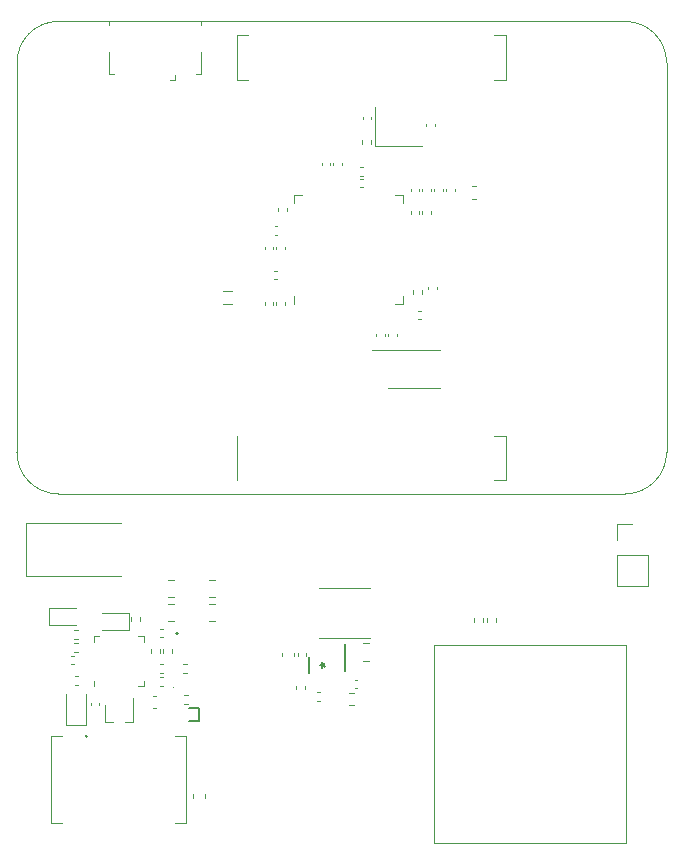
<source format=gbr>
%TF.GenerationSoftware,KiCad,Pcbnew,(5.99.0-8910-g624a231cc0)*%
%TF.CreationDate,2021-03-02T10:35:16+01:00*%
%TF.ProjectId,MainBoard,4d61696e-426f-4617-9264-2e6b69636164,rev?*%
%TF.SameCoordinates,PXa344e00PY7102aa0*%
%TF.FileFunction,Legend,Top*%
%TF.FilePolarity,Positive*%
%FSLAX46Y46*%
G04 Gerber Fmt 4.6, Leading zero omitted, Abs format (unit mm)*
G04 Created by KiCad (PCBNEW (5.99.0-8910-g624a231cc0)) date 2021-03-02 10:35:16*
%MOMM*%
%LPD*%
G01*
G04 APERTURE LIST*
%ADD10C,0.150000*%
%ADD11C,0.120000*%
%ADD12C,0.152400*%
%ADD13C,0.100000*%
G04 APERTURE END LIST*
D10*
%TO.C,U8*%
X25752380Y15500000D02*
X25990476Y15500000D01*
X25895238Y15261905D02*
X25990476Y15500000D01*
X25895238Y15738096D01*
X26180952Y15357143D02*
X25990476Y15500000D01*
X26180952Y15642858D01*
D11*
%TO.C,C65*%
X12407836Y18560000D02*
X12192164Y18560000D01*
X12407836Y17840000D02*
X12192164Y17840000D01*
%TO.C,C84*%
X28907836Y14260000D02*
X28692164Y14260000D01*
X28907836Y13540000D02*
X28692164Y13540000D01*
%TO.C,C62*%
X6340000Y12092164D02*
X6340000Y12307836D01*
X7060000Y12092164D02*
X7060000Y12307836D01*
%TO.C,C72*%
X12858748Y21265000D02*
X13381252Y21265000D01*
X12858748Y22735000D02*
X13381252Y22735000D01*
%TO.C,R25*%
X23720000Y13753641D02*
X23720000Y13446359D01*
X24480000Y13753641D02*
X24480000Y13446359D01*
%TO.C,C30*%
X37130000Y55592164D02*
X37130000Y55807836D01*
X36410000Y55592164D02*
X36410000Y55807836D01*
%TO.C,C37*%
X34915000Y47507836D02*
X34915000Y47292164D01*
X35635000Y47507836D02*
X35635000Y47292164D01*
%TO.C,Y1*%
X30400000Y59450000D02*
X34400000Y59450000D01*
X30400000Y62750000D02*
X30400000Y59450000D01*
%TO.C,D10*%
X9585000Y19935000D02*
X7300000Y19935000D01*
X7300000Y18465000D02*
X9585000Y18465000D01*
X9585000Y18465000D02*
X9585000Y19935000D01*
%TO.C,C64*%
X4662164Y16260000D02*
X4877836Y16260000D01*
X4662164Y15540000D02*
X4877836Y15540000D01*
%TO.C,R16*%
X14453641Y15580000D02*
X14146359Y15580000D01*
X14453641Y14820000D02*
X14146359Y14820000D01*
%TO.C,L2*%
X29954000Y17746000D02*
X25646000Y17746000D01*
X25646000Y22054000D02*
X29954000Y22054000D01*
%TO.C,C45*%
X33410000Y53692164D02*
X33410000Y53907836D01*
X34130000Y53692164D02*
X34130000Y53907836D01*
D12*
%TO.C,U8*%
X24776000Y16200001D02*
X24776000Y14799999D01*
X27825001Y17249999D02*
X27825001Y14950001D01*
D11*
%TO.C,C82*%
X23510000Y16259420D02*
X23510000Y16540580D01*
X22490000Y16259420D02*
X22490000Y16540580D01*
%TO.C,R19*%
X12420000Y16546359D02*
X12420000Y16853641D01*
X13180000Y16546359D02*
X13180000Y16853641D01*
%TO.C,C49*%
X29377836Y56660000D02*
X29162164Y56660000D01*
X29377836Y55940000D02*
X29162164Y55940000D01*
%TO.C,C54*%
X21040000Y46207836D02*
X21040000Y45992164D01*
X21760000Y46207836D02*
X21760000Y45992164D01*
D10*
%TO.C,D5*%
X15460000Y11863880D02*
X14630000Y11863880D01*
X15460000Y10790000D02*
X15460000Y11865620D01*
X15460000Y10784380D02*
X14660000Y10784380D01*
D11*
%TO.C,C11*%
X35460000Y61307836D02*
X35460000Y61092164D01*
X34740000Y61307836D02*
X34740000Y61092164D01*
%TO.C,R10*%
X33595000Y47228641D02*
X33595000Y46921359D01*
X34355000Y47228641D02*
X34355000Y46921359D01*
%TO.C,J6*%
X50840000Y22205000D02*
X53500000Y22205000D01*
X50840000Y24805000D02*
X53500000Y24805000D01*
X53500000Y24805000D02*
X53500000Y22205000D01*
X50840000Y27405000D02*
X52170000Y27405000D01*
X50840000Y26075000D02*
X50840000Y27405000D01*
X50840000Y24805000D02*
X50840000Y22205000D01*
%TO.C,R2*%
X39890000Y19453641D02*
X39890000Y19146359D01*
X40650000Y19453641D02*
X40650000Y19146359D01*
%TO.C,R3*%
X29320000Y59953641D02*
X29320000Y59646359D01*
X30080000Y59953641D02*
X30080000Y59646359D01*
%TO.C,C27*%
X35130000Y53692164D02*
X35130000Y53907836D01*
X34410000Y53692164D02*
X34410000Y53907836D01*
%TO.C,C79*%
X860000Y27560000D02*
X860000Y23040000D01*
X8920000Y27560000D02*
X860000Y27560000D01*
X860000Y23040000D02*
X8920000Y23040000D01*
%TO.C,C50*%
X22760000Y50692164D02*
X22760000Y50907836D01*
X22040000Y50692164D02*
X22040000Y50907836D01*
%TO.C,C61*%
X11840580Y12910000D02*
X11559420Y12910000D01*
X11840580Y11890000D02*
X11559420Y11890000D01*
%TO.C,R1*%
X39565000Y19443641D02*
X39565000Y19136359D01*
X38805000Y19443641D02*
X38805000Y19136359D01*
%TO.C,C67*%
X12858748Y20685000D02*
X13381252Y20685000D01*
X12858748Y19215000D02*
X13381252Y19215000D01*
%TO.C,R4*%
X22160000Y54213641D02*
X22160000Y53906359D01*
X22920000Y54213641D02*
X22920000Y53906359D01*
%TO.C,C12*%
X26610000Y58007836D02*
X26610000Y57792164D01*
X25890000Y58007836D02*
X25890000Y57792164D01*
%TO.C,C32*%
X22107836Y51940000D02*
X21892164Y51940000D01*
X22107836Y52660000D02*
X21892164Y52660000D01*
%TO.C,D6*%
X9860000Y10670000D02*
X9860000Y12700000D01*
X8200000Y10670000D02*
X7540000Y10670000D01*
X7540000Y12080000D02*
X7540000Y10670000D01*
X9860000Y10670000D02*
X9200000Y10670000D01*
%TO.C,C81*%
X16831252Y19215000D02*
X16308748Y19215000D01*
X16831252Y20685000D02*
X16308748Y20685000D01*
%TO.C,C42*%
X34062164Y44790000D02*
X34277836Y44790000D01*
X34062164Y45510000D02*
X34277836Y45510000D01*
%TO.C,R24*%
X28162742Y12077500D02*
X28637258Y12077500D01*
X28162742Y13122500D02*
X28637258Y13122500D01*
%TO.C,C44*%
X32235000Y43557836D02*
X32235000Y43342164D01*
X31515000Y43557836D02*
X31515000Y43342164D01*
%TO.C,C43*%
X22077836Y48860000D02*
X21862164Y48860000D01*
X22077836Y48140000D02*
X21862164Y48140000D01*
%TO.C,U6*%
X6590000Y17910000D02*
X7065000Y17910000D01*
X10810000Y14165000D02*
X10810000Y13690000D01*
X10810000Y13690000D02*
X10335000Y13690000D01*
X6590000Y17435000D02*
X6590000Y17910000D01*
X10810000Y17910000D02*
X10335000Y17910000D01*
X6590000Y14165000D02*
X6590000Y13690000D01*
X10810000Y17435000D02*
X10810000Y17910000D01*
%TO.C,FB4*%
X38962779Y54990000D02*
X38637221Y54990000D01*
X38962779Y56010000D02*
X38637221Y56010000D01*
%TO.C,R12*%
X12146359Y14480000D02*
X12453641Y14480000D01*
X12146359Y13720000D02*
X12453641Y13720000D01*
%TO.C,C60*%
X14990000Y4540580D02*
X14990000Y4259420D01*
X16010000Y4540580D02*
X16010000Y4259420D01*
D10*
%TO.C,Q1*%
X13712111Y18170000D02*
G75*
G03*
X13712111Y18170000I-72111J0D01*
G01*
D11*
%TO.C,C25*%
X36130000Y55592164D02*
X36130000Y55807836D01*
X35410000Y55592164D02*
X35410000Y55807836D01*
%TO.C,C13*%
X26840000Y58007836D02*
X26840000Y57792164D01*
X27560000Y58007836D02*
X27560000Y57792164D01*
%TO.C,C22*%
X29377836Y57660000D02*
X29162164Y57660000D01*
X29377836Y56940000D02*
X29162164Y56940000D01*
%TO.C,C85*%
X29338748Y17335000D02*
X29861252Y17335000D01*
X29338748Y15865000D02*
X29861252Y15865000D01*
%TO.C,R13*%
X4946359Y17720000D02*
X5253641Y17720000D01*
X4946359Y18480000D02*
X5253641Y18480000D01*
%TO.C,R18*%
X12180000Y16546359D02*
X12180000Y16853641D01*
X11420000Y16546359D02*
X11420000Y16853641D01*
%TO.C,U5*%
X33700000Y42135000D02*
X30100000Y42135000D01*
X33700000Y42135000D02*
X35900000Y42135000D01*
X33700000Y38915000D02*
X35900000Y38915000D01*
X33700000Y38915000D02*
X31500000Y38915000D01*
%TO.C,C83*%
X23840000Y16292164D02*
X23840000Y16507836D01*
X24560000Y16292164D02*
X24560000Y16507836D01*
%TO.C,C51*%
X22040000Y46207836D02*
X22040000Y45992164D01*
X22760000Y46207836D02*
X22760000Y45992164D01*
%TO.C,C46*%
X30515000Y43557836D02*
X30515000Y43342164D01*
X31235000Y43557836D02*
X31235000Y43342164D01*
D13*
%TO.C,D7*%
X13360000Y13600000D02*
G75*
G03*
X13360000Y13600000I-50000J0D01*
G01*
D11*
%TO.C,J7*%
X13470000Y64997500D02*
X13020000Y64997500D01*
X15670000Y67397500D02*
X15670000Y65547500D01*
X15670000Y69947500D02*
X15670000Y69697500D01*
X13470000Y64997500D02*
X13470000Y65447500D01*
X7870000Y65547500D02*
X8320000Y65547500D01*
X7870000Y67397500D02*
X7870000Y65547500D01*
X7870000Y69947500D02*
X7870000Y69697500D01*
X15670000Y65547500D02*
X15220000Y65547500D01*
%TO.C,R11*%
X14553641Y12980000D02*
X14246359Y12980000D01*
X14553641Y12220000D02*
X14246359Y12220000D01*
%TO.C,C78*%
X16851252Y21265000D02*
X16328748Y21265000D01*
X16851252Y22735000D02*
X16328748Y22735000D01*
%TO.C,R14*%
X12146359Y15580000D02*
X12453641Y15580000D01*
X12146359Y14820000D02*
X12453641Y14820000D01*
%TO.C,U3*%
X35400000Y17150000D02*
X51670000Y17150000D01*
X51670000Y450000D02*
X51670000Y17150000D01*
X51670000Y450000D02*
X35400000Y450000D01*
X35400000Y450000D02*
X35400000Y17150000D01*
%TO.C,R17*%
X10480000Y19246359D02*
X10480000Y19553641D01*
X9720000Y19246359D02*
X9720000Y19553641D01*
%TO.C,C63*%
X4992164Y13840000D02*
X5207836Y13840000D01*
X4992164Y14560000D02*
X5207836Y14560000D01*
%TO.C,Module1*%
X41480000Y65060000D02*
X40480000Y65060000D01*
X41480000Y65060000D02*
X41480000Y68840000D01*
X18680000Y65060000D02*
X18680000Y68840000D01*
X51580000Y69990000D02*
X3580000Y69990000D01*
X3580000Y29990000D02*
X51580000Y29990000D01*
X18680000Y68840000D02*
X19680000Y68840000D01*
X18680000Y65060000D02*
X19680000Y65060000D01*
X41480000Y68840000D02*
X40480000Y68840000D01*
X80000Y66490000D02*
X80000Y33490000D01*
X55080000Y33490000D02*
X55080000Y66490000D01*
X41480000Y31140000D02*
X41480000Y34920000D01*
X18680000Y31140000D02*
X18680000Y34920000D01*
X41480000Y31140000D02*
X40480000Y31140000D01*
X41480000Y34920000D02*
X40480000Y34920000D01*
X55080000Y33490000D02*
G75*
G02*
X51580000Y29990000I-3500000J0D01*
G01*
X3580000Y29990000D02*
G75*
G02*
X80000Y33490000I0J3500000D01*
G01*
X51580000Y69990000D02*
G75*
G02*
X55080000Y66490000I0J-3500000D01*
G01*
X80000Y66490000D02*
G75*
G02*
X3580000Y69990000I3500000J0D01*
G01*
%TO.C,C40*%
X34410000Y55592164D02*
X34410000Y55807836D01*
X35130000Y55592164D02*
X35130000Y55807836D01*
%TO.C,J1*%
X3000000Y9500000D02*
X3000000Y2100000D01*
X14400000Y9500000D02*
X14400000Y2100000D01*
X3000000Y2100000D02*
X3900000Y2100000D01*
X13500000Y9500000D02*
X14400000Y9500000D01*
X13500000Y2100000D02*
X14400000Y2100000D01*
X3000000Y9500000D02*
X3900000Y9500000D01*
X6061803Y9450000D02*
G75*
G03*
X6061803Y9450000I-111803J0D01*
G01*
%TO.C,FB1*%
X17500378Y46040000D02*
X18299622Y46040000D01*
X17500378Y47160000D02*
X18299622Y47160000D01*
%TO.C,R26*%
X25753641Y13180000D02*
X25446359Y13180000D01*
X25753641Y12420000D02*
X25446359Y12420000D01*
%TO.C,D9*%
X2815000Y18865000D02*
X5100000Y18865000D01*
X5100000Y20335000D02*
X2815000Y20335000D01*
X2815000Y20335000D02*
X2815000Y18865000D01*
%TO.C,C55*%
X21040000Y50692164D02*
X21040000Y50907836D01*
X21760000Y50692164D02*
X21760000Y50907836D01*
%TO.C,C2*%
X29340000Y61692164D02*
X29340000Y61907836D01*
X30060000Y61692164D02*
X30060000Y61907836D01*
%TO.C,C35*%
X33410000Y55592164D02*
X33410000Y55807836D01*
X34130000Y55592164D02*
X34130000Y55807836D01*
%TO.C,U4*%
X32760000Y46700000D02*
X32760000Y46050000D01*
X23540000Y46700000D02*
X23540000Y46050000D01*
X32760000Y55270000D02*
X32110000Y55270000D01*
X23540000Y54620000D02*
X23540000Y55270000D01*
X32760000Y54620000D02*
X32760000Y55270000D01*
X32760000Y46050000D02*
X32110000Y46050000D01*
X23540000Y55270000D02*
X24190000Y55270000D01*
%TO.C,D8*%
X4250000Y10450000D02*
X5950000Y10450000D01*
X5950000Y10450000D02*
X5950000Y13000000D01*
X4250000Y10450000D02*
X4250000Y13000000D01*
%TO.C,R15*%
X5253641Y16620000D02*
X4946359Y16620000D01*
X5253641Y17380000D02*
X4946359Y17380000D01*
%TD*%
M02*

</source>
